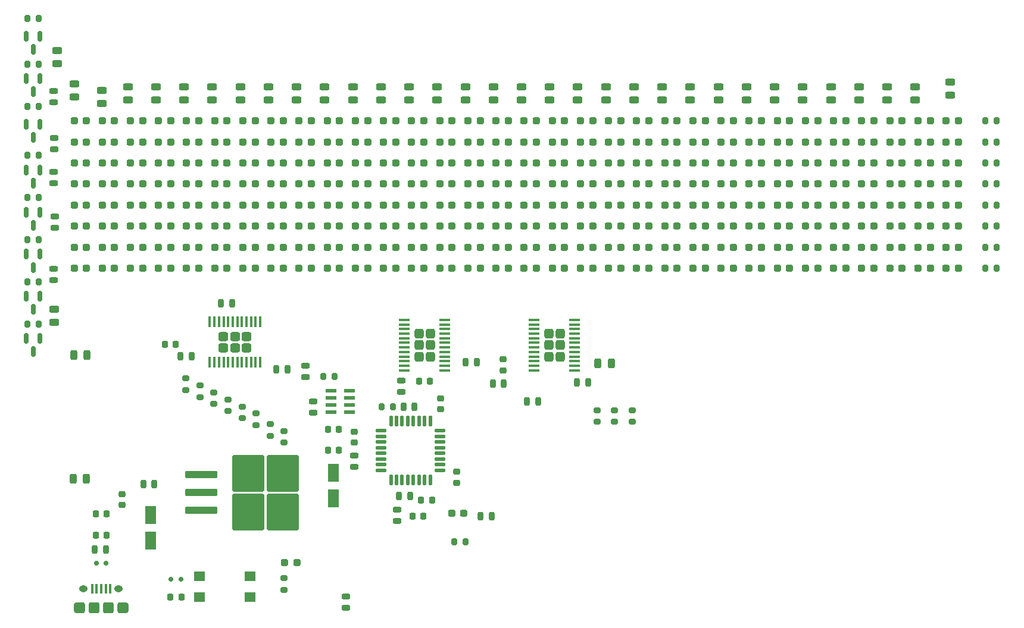
<source format=gtp>
%TF.GenerationSoftware,KiCad,Pcbnew,9.0.6*%
%TF.CreationDate,2026-01-07T08:25:33+00:00*%
%TF.ProjectId,spekky_matrix,7370656b-6b79-45f6-9d61-747269782e6b,v04*%
%TF.SameCoordinates,Original*%
%TF.FileFunction,Paste,Top*%
%TF.FilePolarity,Positive*%
%FSLAX46Y46*%
G04 Gerber Fmt 4.6, Leading zero omitted, Abs format (unit mm)*
G04 Created by KiCad (PCBNEW 9.0.6) date 2026-01-07 08:25:33*
%MOMM*%
%LPD*%
G01*
G04 APERTURE LIST*
G04 Aperture macros list*
%AMRoundRect*
0 Rectangle with rounded corners*
0 $1 Rounding radius*
0 $2 $3 $4 $5 $6 $7 $8 $9 X,Y pos of 4 corners*
0 Add a 4 corners polygon primitive as box body*
4,1,4,$2,$3,$4,$5,$6,$7,$8,$9,$2,$3,0*
0 Add four circle primitives for the rounded corners*
1,1,$1+$1,$2,$3*
1,1,$1+$1,$4,$5*
1,1,$1+$1,$6,$7*
1,1,$1+$1,$8,$9*
0 Add four rect primitives between the rounded corners*
20,1,$1+$1,$2,$3,$4,$5,0*
20,1,$1+$1,$4,$5,$6,$7,0*
20,1,$1+$1,$6,$7,$8,$9,0*
20,1,$1+$1,$8,$9,$2,$3,0*%
G04 Aperture macros list end*
%ADD10RoundRect,0.225000X-0.225000X-0.250000X0.225000X-0.250000X0.225000X0.250000X-0.225000X0.250000X0*%
%ADD11RoundRect,0.150000X-0.150000X0.587500X-0.150000X-0.587500X0.150000X-0.587500X0.150000X0.587500X0*%
%ADD12RoundRect,0.200000X-0.400000X0.200000X-0.400000X-0.200000X0.400000X-0.200000X0.400000X0.200000X0*%
%ADD13RoundRect,0.237500X-0.287500X-0.237500X0.287500X-0.237500X0.287500X0.237500X-0.287500X0.237500X0*%
%ADD14RoundRect,0.200000X0.200000X0.400000X-0.200000X0.400000X-0.200000X-0.400000X0.200000X-0.400000X0*%
%ADD15RoundRect,0.249999X0.420001X-0.395001X0.420001X0.395001X-0.420001X0.395001X-0.420001X-0.395001X0*%
%ADD16RoundRect,0.100000X0.100000X-0.675000X0.100000X0.675000X-0.100000X0.675000X-0.100000X-0.675000X0*%
%ADD17RoundRect,0.200000X-0.275000X0.200000X-0.275000X-0.200000X0.275000X-0.200000X0.275000X0.200000X0*%
%ADD18RoundRect,0.243750X0.456250X-0.243750X0.456250X0.243750X-0.456250X0.243750X-0.456250X-0.243750X0*%
%ADD19RoundRect,0.150000X0.150000X0.200000X-0.150000X0.200000X-0.150000X-0.200000X0.150000X-0.200000X0*%
%ADD20RoundRect,0.200000X0.400000X-0.200000X0.400000X0.200000X-0.400000X0.200000X-0.400000X-0.200000X0*%
%ADD21RoundRect,0.243750X-0.243750X-0.456250X0.243750X-0.456250X0.243750X0.456250X-0.243750X0.456250X0*%
%ADD22RoundRect,0.200000X0.200000X0.275000X-0.200000X0.275000X-0.200000X-0.275000X0.200000X-0.275000X0*%
%ADD23RoundRect,0.200000X0.275000X-0.200000X0.275000X0.200000X-0.275000X0.200000X-0.275000X-0.200000X0*%
%ADD24RoundRect,0.250000X-0.550000X1.050000X-0.550000X-1.050000X0.550000X-1.050000X0.550000X1.050000X0*%
%ADD25RoundRect,0.125000X-0.625000X-0.125000X0.625000X-0.125000X0.625000X0.125000X-0.625000X0.125000X0*%
%ADD26RoundRect,0.125000X-0.125000X-0.625000X0.125000X-0.625000X0.125000X0.625000X-0.125000X0.625000X0*%
%ADD27RoundRect,0.225000X-0.250000X0.225000X-0.250000X-0.225000X0.250000X-0.225000X0.250000X0.225000X0*%
%ADD28RoundRect,0.200000X-0.200000X-0.275000X0.200000X-0.275000X0.200000X0.275000X-0.200000X0.275000X0*%
%ADD29R,1.600000X0.600000*%
%ADD30RoundRect,0.200000X-0.200000X-0.400000X0.200000X-0.400000X0.200000X0.400000X-0.200000X0.400000X0*%
%ADD31RoundRect,0.225000X0.225000X0.250000X-0.225000X0.250000X-0.225000X-0.250000X0.225000X-0.250000X0*%
%ADD32RoundRect,0.249999X0.395001X0.420001X-0.395001X0.420001X-0.395001X-0.420001X0.395001X-0.420001X0*%
%ADD33RoundRect,0.100000X0.675000X0.100000X-0.675000X0.100000X-0.675000X-0.100000X0.675000X-0.100000X0*%
%ADD34RoundRect,0.150000X-0.150000X-0.200000X0.150000X-0.200000X0.150000X0.200000X-0.150000X0.200000X0*%
%ADD35RoundRect,0.225000X0.250000X-0.225000X0.250000X0.225000X-0.250000X0.225000X-0.250000X-0.225000X0*%
%ADD36RoundRect,0.218750X-0.218750X-0.256250X0.218750X-0.256250X0.218750X0.256250X-0.218750X0.256250X0*%
%ADD37R,1.600000X1.400000*%
%ADD38RoundRect,0.250000X-2.025000X-2.375000X2.025000X-2.375000X2.025000X2.375000X-2.025000X2.375000X0*%
%ADD39RoundRect,0.250000X-2.050000X-0.300000X2.050000X-0.300000X2.050000X0.300000X-2.050000X0.300000X0*%
%ADD40RoundRect,0.243750X-0.456250X0.243750X-0.456250X-0.243750X0.456250X-0.243750X0.456250X0.243750X0*%
%ADD41O,0.890000X1.550000*%
%ADD42O,1.250000X0.950000*%
%ADD43RoundRect,0.100000X-0.100000X-0.575000X0.100000X-0.575000X0.100000X0.575000X-0.100000X0.575000X0*%
%ADD44RoundRect,0.250000X-0.475000X-0.525000X0.475000X-0.525000X0.475000X0.525000X-0.475000X0.525000X0*%
%ADD45RoundRect,0.250000X-0.500000X-0.525000X0.500000X-0.525000X0.500000X0.525000X-0.500000X0.525000X0*%
G04 APERTURE END LIST*
D10*
%TO.C,C8*%
X121475000Y-116000000D03*
X123025000Y-116000000D03*
%TD*%
D11*
%TO.C,Q8*%
X67250000Y-49982500D03*
X65350000Y-49982500D03*
X66300000Y-51857500D03*
%TD*%
D12*
%TO.C,TP10*%
X69200000Y-57725001D03*
X69200000Y-59324999D03*
%TD*%
D13*
%TO.C,D531*%
X76125000Y-74000000D03*
X77875000Y-74000000D03*
%TD*%
%TO.C,D205*%
X180125000Y-65000000D03*
X181875000Y-65000000D03*
%TD*%
%TO.C,D630*%
X80125000Y-77000000D03*
X81875000Y-77000000D03*
%TD*%
%TO.C,D729*%
X84125000Y-80000000D03*
X85875000Y-80000000D03*
%TD*%
%TO.C,D831*%
X76125000Y-83000000D03*
X77875000Y-83000000D03*
%TD*%
%TO.C,D606*%
X176125000Y-77000000D03*
X177875000Y-77000000D03*
%TD*%
%TO.C,D722*%
X112125000Y-80000000D03*
X113875000Y-80000000D03*
%TD*%
D14*
%TO.C,TP21*%
X120550000Y-102700000D03*
X118950000Y-102700000D03*
%TD*%
D13*
%TO.C,D108*%
X168125000Y-62000000D03*
X169875000Y-62000000D03*
%TD*%
%TO.C,D530*%
X80125000Y-74000000D03*
X81875000Y-74000000D03*
%TD*%
D15*
%TO.C,U3*%
X93330000Y-94300000D03*
X95000000Y-94300000D03*
X96670000Y-94300000D03*
X93330000Y-92700000D03*
X95000000Y-92700000D03*
X96670000Y-92700000D03*
D16*
X91425000Y-96375000D03*
X92075000Y-96375000D03*
X92725000Y-96375000D03*
X93375000Y-96375000D03*
X94025000Y-96375000D03*
X94675000Y-96375000D03*
X95325000Y-96375000D03*
X95975000Y-96375000D03*
X96625000Y-96375000D03*
X97275000Y-96375000D03*
X97925000Y-96375000D03*
X98575000Y-96375000D03*
X98575000Y-90625000D03*
X97925000Y-90625000D03*
X97275000Y-90625000D03*
X96625000Y-90625000D03*
X95975000Y-90625000D03*
X95325000Y-90625000D03*
X94675000Y-90625000D03*
X94025000Y-90625000D03*
X93375000Y-90625000D03*
X92725000Y-90625000D03*
X92075000Y-90625000D03*
X91425000Y-90625000D03*
%TD*%
D17*
%TO.C,R6*%
X100000000Y-105175000D03*
X100000000Y-106825000D03*
%TD*%
D18*
%TO.C,TP45*%
X111750000Y-59037500D03*
X111750000Y-57162500D03*
%TD*%
D13*
%TO.C,D427*%
X92125000Y-71000000D03*
X93875000Y-71000000D03*
%TD*%
%TO.C,D301*%
X196125000Y-68000000D03*
X197875000Y-68000000D03*
%TD*%
%TO.C,D508*%
X168125000Y-74000000D03*
X169875000Y-74000000D03*
%TD*%
D19*
%TO.C,D1*%
X75270000Y-125000000D03*
X76670000Y-125000000D03*
%TD*%
D10*
%TO.C,C1*%
X75195000Y-121000000D03*
X76745000Y-121000000D03*
%TD*%
D18*
%TO.C,TP29*%
X175750000Y-59037500D03*
X175750000Y-57162500D03*
%TD*%
D13*
%TO.C,D419*%
X124125000Y-71000000D03*
X125875000Y-71000000D03*
%TD*%
%TO.C,D626*%
X96125000Y-77000000D03*
X97875000Y-77000000D03*
%TD*%
%TO.C,D114*%
X144125000Y-62000000D03*
X145875000Y-62000000D03*
%TD*%
%TO.C,D122*%
X112125000Y-62000000D03*
X113875000Y-62000000D03*
%TD*%
%TO.C,D529*%
X84125000Y-74000000D03*
X85875000Y-74000000D03*
%TD*%
%TO.C,D232*%
X72125000Y-65000000D03*
X73875000Y-65000000D03*
%TD*%
D18*
%TO.C,TP35*%
X151750000Y-59037500D03*
X151750000Y-57162500D03*
%TD*%
D13*
%TO.C,D316*%
X136125000Y-68000000D03*
X137875000Y-68000000D03*
%TD*%
%TO.C,D404*%
X184125000Y-71000000D03*
X185875000Y-71000000D03*
%TD*%
D20*
%TO.C,TP3*%
X110750000Y-131332500D03*
X110750000Y-129732500D03*
%TD*%
D13*
%TO.C,D132*%
X72125000Y-62000000D03*
X73875000Y-62000000D03*
%TD*%
%TO.C,D120*%
X120125000Y-62000000D03*
X121875000Y-62000000D03*
%TD*%
%TO.C,D819*%
X124125000Y-83000000D03*
X125875000Y-83000000D03*
%TD*%
D11*
%TO.C,Q5*%
X67250000Y-68982500D03*
X65350000Y-68982500D03*
X66300000Y-70857500D03*
%TD*%
D17*
%TO.C,R8*%
X96000000Y-102675000D03*
X96000000Y-104325000D03*
%TD*%
D14*
%TO.C,TP15*%
X133250000Y-99375000D03*
X131650000Y-99375000D03*
%TD*%
D13*
%TO.C,D106*%
X176125000Y-62000000D03*
X177875000Y-62000000D03*
%TD*%
%TO.C,D203*%
X188125000Y-65000000D03*
X189875000Y-65000000D03*
%TD*%
%TO.C,D412*%
X152125000Y-71000000D03*
X153875000Y-71000000D03*
%TD*%
%TO.C,D224*%
X104125000Y-65000000D03*
X105875000Y-65000000D03*
%TD*%
%TO.C,D121*%
X116125000Y-62000000D03*
X117875000Y-62000000D03*
%TD*%
%TO.C,D818*%
X128125000Y-83000000D03*
X129875000Y-83000000D03*
%TD*%
%TO.C,D825*%
X100125000Y-83000000D03*
X101875000Y-83000000D03*
%TD*%
D21*
%TO.C,TP4*%
X72062500Y-95300000D03*
X73937500Y-95300000D03*
%TD*%
D13*
%TO.C,D513*%
X148125000Y-74000000D03*
X149875000Y-74000000D03*
%TD*%
%TO.C,D817*%
X132125000Y-83000000D03*
X133875000Y-83000000D03*
%TD*%
D22*
%TO.C,R20*%
X67125000Y-47420000D03*
X65475000Y-47420000D03*
%TD*%
D18*
%TO.C,TP49*%
X95750000Y-59037500D03*
X95750000Y-57162500D03*
%TD*%
%TO.C,TP36*%
X147750000Y-59037500D03*
X147750000Y-57162500D03*
%TD*%
D13*
%TO.C,D709*%
X164125000Y-80000000D03*
X165875000Y-80000000D03*
%TD*%
D17*
%TO.C,R11*%
X90000000Y-99675000D03*
X90000000Y-101325000D03*
%TD*%
D13*
%TO.C,D807*%
X172125000Y-83000000D03*
X173875000Y-83000000D03*
%TD*%
%TO.C,D331*%
X76125000Y-68000000D03*
X77875000Y-68000000D03*
%TD*%
D12*
%TO.C,TP59*%
X118050000Y-117375000D03*
X118050000Y-118975000D03*
%TD*%
D13*
%TO.C,D507*%
X172125000Y-74000000D03*
X173875000Y-74000000D03*
%TD*%
%TO.C,D826*%
X96125000Y-83000000D03*
X97875000Y-83000000D03*
%TD*%
%TO.C,D617*%
X132125000Y-77000000D03*
X133875000Y-77000000D03*
%TD*%
D23*
%TO.C,R29*%
X146500000Y-104825000D03*
X146500000Y-103175000D03*
%TD*%
D13*
%TO.C,D727*%
X92125000Y-80000000D03*
X93875000Y-80000000D03*
%TD*%
D10*
%TO.C,C9*%
X120250000Y-118250000D03*
X121800000Y-118250000D03*
%TD*%
D13*
%TO.C,D525*%
X100125000Y-74000000D03*
X101875000Y-74000000D03*
%TD*%
D24*
%TO.C,C3*%
X82970000Y-118130000D03*
X82970000Y-121730000D03*
%TD*%
D13*
%TO.C,D521*%
X116125000Y-74000000D03*
X117875000Y-74000000D03*
%TD*%
%TO.C,D118*%
X128125000Y-62000000D03*
X129875000Y-62000000D03*
%TD*%
D14*
%TO.C,TP56*%
X131550000Y-118275000D03*
X129950000Y-118275000D03*
%TD*%
D25*
%TO.C,U2*%
X115795000Y-106130000D03*
X115795000Y-106930000D03*
X115795000Y-107730000D03*
X115795000Y-108530000D03*
X115795000Y-109330000D03*
X115795000Y-110130000D03*
X115795000Y-110930000D03*
X115795000Y-111730000D03*
D26*
X117170000Y-113105000D03*
X117970000Y-113105000D03*
X118770000Y-113105000D03*
X119570000Y-113105000D03*
X120370000Y-113105000D03*
X121170000Y-113105000D03*
X121970000Y-113105000D03*
X122770000Y-113105000D03*
D25*
X124145000Y-111730000D03*
X124145000Y-110930000D03*
X124145000Y-110130000D03*
X124145000Y-109330000D03*
X124145000Y-108530000D03*
X124145000Y-107730000D03*
X124145000Y-106930000D03*
X124145000Y-106130000D03*
D26*
X122770000Y-104755000D03*
X121970000Y-104755000D03*
X121170000Y-104755000D03*
X120370000Y-104755000D03*
X119570000Y-104755000D03*
X118770000Y-104755000D03*
X117970000Y-104755000D03*
X117170000Y-104755000D03*
%TD*%
D22*
%TO.C,R14*%
X67125000Y-84920000D03*
X65475000Y-84920000D03*
%TD*%
D13*
%TO.C,D105*%
X180125000Y-62000000D03*
X181875000Y-62000000D03*
%TD*%
%TO.C,D208*%
X168125000Y-65000000D03*
X169875000Y-65000000D03*
%TD*%
%TO.C,D806*%
X176125000Y-83000000D03*
X177875000Y-83000000D03*
%TD*%
D27*
%TO.C,C10*%
X124250000Y-101500000D03*
X124250000Y-103050000D03*
%TD*%
D13*
%TO.C,D704*%
X184125000Y-80000000D03*
X185875000Y-80000000D03*
%TD*%
%TO.C,D425*%
X100125000Y-71000000D03*
X101875000Y-71000000D03*
%TD*%
D21*
%TO.C,TP2*%
X71962500Y-112925000D03*
X73837500Y-112925000D03*
%TD*%
D22*
%TO.C,R28*%
X203325000Y-62000000D03*
X201675000Y-62000000D03*
%TD*%
D10*
%TO.C,C13*%
X85025000Y-93825000D03*
X86575000Y-93825000D03*
%TD*%
D13*
%TO.C,D619*%
X124125000Y-77000000D03*
X125875000Y-77000000D03*
%TD*%
%TO.C,D715*%
X140125000Y-80000000D03*
X141875000Y-80000000D03*
%TD*%
%TO.C,D726*%
X96125000Y-80000000D03*
X97875000Y-80000000D03*
%TD*%
%TO.C,D229*%
X84125000Y-65000000D03*
X85875000Y-65000000D03*
%TD*%
%TO.C,D512*%
X152125000Y-74000000D03*
X153875000Y-74000000D03*
%TD*%
D28*
%TO.C,R4*%
X126145000Y-121930000D03*
X127795000Y-121930000D03*
%TD*%
D13*
%TO.C,D407*%
X172125000Y-71000000D03*
X173875000Y-71000000D03*
%TD*%
%TO.C,D813*%
X148125000Y-83000000D03*
X149875000Y-83000000D03*
%TD*%
%TO.C,D119*%
X124125000Y-62000000D03*
X125875000Y-62000000D03*
%TD*%
%TO.C,D322*%
X112125000Y-68000000D03*
X113875000Y-68000000D03*
%TD*%
%TO.C,D428*%
X88125000Y-71000000D03*
X89875000Y-71000000D03*
%TD*%
D17*
%TO.C,R31*%
X151500000Y-103175000D03*
X151500000Y-104825000D03*
%TD*%
D13*
%TO.C,D228*%
X88125000Y-65000000D03*
X89875000Y-65000000D03*
%TD*%
D22*
%TO.C,R25*%
X203325000Y-71000000D03*
X201675000Y-71000000D03*
%TD*%
D12*
%TO.C,TP18*%
X104975000Y-96875000D03*
X104975000Y-98475000D03*
%TD*%
D13*
%TO.C,D113*%
X148125000Y-62000000D03*
X149875000Y-62000000D03*
%TD*%
%TO.C,D328*%
X88125000Y-68000000D03*
X89875000Y-68000000D03*
%TD*%
%TO.C,D519*%
X124125000Y-74000000D03*
X125875000Y-74000000D03*
%TD*%
D18*
%TO.C,TP51*%
X87750000Y-59037500D03*
X87750000Y-57162500D03*
%TD*%
D13*
%TO.C,D416*%
X136125000Y-71000000D03*
X137875000Y-71000000D03*
%TD*%
%TO.C,D625*%
X100125000Y-77000000D03*
X101875000Y-77000000D03*
%TD*%
%TO.C,D710*%
X160125000Y-80000000D03*
X161875000Y-80000000D03*
%TD*%
%TO.C,D812*%
X152125000Y-83000000D03*
X153875000Y-83000000D03*
%TD*%
%TO.C,D510*%
X160125000Y-74000000D03*
X161875000Y-74000000D03*
%TD*%
%TO.C,D429*%
X84125000Y-71000000D03*
X85875000Y-71000000D03*
%TD*%
%TO.C,D627*%
X92125000Y-77000000D03*
X93875000Y-77000000D03*
%TD*%
%TO.C,D805*%
X180125000Y-83000000D03*
X181875000Y-83000000D03*
%TD*%
D11*
%TO.C,Q3*%
X67250000Y-80982500D03*
X65350000Y-80982500D03*
X66300000Y-82857500D03*
%TD*%
D22*
%TO.C,R19*%
X67125000Y-53920000D03*
X65475000Y-53920000D03*
%TD*%
D13*
%TO.C,D620*%
X120125000Y-77000000D03*
X121875000Y-77000000D03*
%TD*%
D18*
%TO.C,TP34*%
X155750000Y-59037500D03*
X155750000Y-57162500D03*
%TD*%
D13*
%TO.C,D732*%
X72125000Y-80000000D03*
X73875000Y-80000000D03*
%TD*%
D22*
%TO.C,R15*%
X67125000Y-78920000D03*
X65475000Y-78920000D03*
%TD*%
D13*
%TO.C,D420*%
X120125000Y-71000000D03*
X121875000Y-71000000D03*
%TD*%
D18*
%TO.C,TP50*%
X91750000Y-59037500D03*
X91750000Y-57162500D03*
%TD*%
%TO.C,TP52*%
X83750000Y-59037500D03*
X83750000Y-57162500D03*
%TD*%
%TO.C,TP55*%
X72150000Y-58600000D03*
X72150000Y-56725000D03*
%TD*%
D13*
%TO.C,D602*%
X192125000Y-77000000D03*
X193875000Y-77000000D03*
%TD*%
%TO.C,D303*%
X188125000Y-68000000D03*
X189875000Y-68000000D03*
%TD*%
%TO.C,D430*%
X80125000Y-71000000D03*
X81875000Y-71000000D03*
%TD*%
%TO.C,D604*%
X184125000Y-77000000D03*
X185875000Y-77000000D03*
%TD*%
%TO.C,D327*%
X92125000Y-68000000D03*
X93875000Y-68000000D03*
%TD*%
%TO.C,D716*%
X136125000Y-80000000D03*
X137875000Y-80000000D03*
%TD*%
D17*
%TO.C,R1*%
X101970000Y-127105000D03*
X101970000Y-128755000D03*
%TD*%
D13*
%TO.C,D220*%
X120125000Y-65000000D03*
X121875000Y-65000000D03*
%TD*%
D22*
%TO.C,R13*%
X67125000Y-90920000D03*
X65475000Y-90920000D03*
%TD*%
D13*
%TO.C,D126*%
X96125000Y-62000000D03*
X97875000Y-62000000D03*
%TD*%
D18*
%TO.C,TP53*%
X79750000Y-59037500D03*
X79750000Y-57162500D03*
%TD*%
D13*
%TO.C,D315*%
X140125000Y-68000000D03*
X141875000Y-68000000D03*
%TD*%
%TO.C,D215*%
X140125000Y-65000000D03*
X141875000Y-65000000D03*
%TD*%
D14*
%TO.C,TP12*%
X94625000Y-87975000D03*
X93025000Y-87975000D03*
%TD*%
D18*
%TO.C,TP24*%
X196750000Y-58325000D03*
X196750000Y-56450000D03*
%TD*%
D13*
%TO.C,D306*%
X176125000Y-68000000D03*
X177875000Y-68000000D03*
%TD*%
%TO.C,D509*%
X164125000Y-74000000D03*
X165875000Y-74000000D03*
%TD*%
%TO.C,D426*%
X96125000Y-71000000D03*
X97875000Y-71000000D03*
%TD*%
%TO.C,D110*%
X160125000Y-62000000D03*
X161875000Y-62000000D03*
%TD*%
%TO.C,D214*%
X144125000Y-65000000D03*
X145875000Y-65000000D03*
%TD*%
D17*
%TO.C,R7*%
X98000000Y-103675000D03*
X98000000Y-105325000D03*
%TD*%
D18*
%TO.C,TP27*%
X183750000Y-59037500D03*
X183750000Y-57162500D03*
%TD*%
D29*
%TO.C,MK1*%
X111270000Y-103430000D03*
X111270000Y-102430000D03*
X111270000Y-101430000D03*
X111270000Y-100430000D03*
X108670000Y-100430000D03*
X108670000Y-101430000D03*
X108670000Y-102430000D03*
X108670000Y-103430000D03*
%TD*%
D30*
%TO.C,TP19*%
X127775000Y-96350000D03*
X129375000Y-96350000D03*
%TD*%
D13*
%TO.C,D622*%
X112125000Y-77000000D03*
X113875000Y-77000000D03*
%TD*%
D18*
%TO.C,TP41*%
X127750000Y-59037500D03*
X127750000Y-57162500D03*
%TD*%
D17*
%TO.C,R5*%
X102000000Y-106175000D03*
X102000000Y-107825000D03*
%TD*%
D13*
%TO.C,D423*%
X108125000Y-71000000D03*
X109875000Y-71000000D03*
%TD*%
%TO.C,D824*%
X104125000Y-83000000D03*
X105875000Y-83000000D03*
%TD*%
%TO.C,D320*%
X120125000Y-68000000D03*
X121875000Y-68000000D03*
%TD*%
%TO.C,D2*%
X102095000Y-124930000D03*
X103845000Y-124930000D03*
%TD*%
D31*
%TO.C,C5*%
X109745000Y-108930000D03*
X108195000Y-108930000D03*
%TD*%
D13*
%TO.C,D827*%
X92125000Y-83000000D03*
X93875000Y-83000000D03*
%TD*%
%TO.C,D123*%
X108125000Y-62000000D03*
X109875000Y-62000000D03*
%TD*%
%TO.C,D305*%
X180125000Y-68000000D03*
X181875000Y-68000000D03*
%TD*%
D22*
%TO.C,R21*%
X203325000Y-83000000D03*
X201675000Y-83000000D03*
%TD*%
D17*
%TO.C,R10*%
X92000000Y-100675000D03*
X92000000Y-102325000D03*
%TD*%
D13*
%TO.C,D717*%
X132125000Y-80000000D03*
X133875000Y-80000000D03*
%TD*%
%TO.C,D402*%
X192125000Y-71000000D03*
X193875000Y-71000000D03*
%TD*%
%TO.C,D418*%
X128125000Y-71000000D03*
X129875000Y-71000000D03*
%TD*%
%TO.C,D631*%
X76125000Y-77000000D03*
X77875000Y-77000000D03*
%TD*%
%TO.C,D532*%
X72125000Y-74000000D03*
X73875000Y-74000000D03*
%TD*%
%TO.C,D421*%
X116125000Y-71000000D03*
X117875000Y-71000000D03*
%TD*%
%TO.C,D411*%
X156125000Y-71000000D03*
X157875000Y-71000000D03*
%TD*%
%TO.C,D230*%
X80125000Y-65000000D03*
X81875000Y-65000000D03*
%TD*%
%TO.C,D401*%
X196125000Y-71000000D03*
X197875000Y-71000000D03*
%TD*%
%TO.C,D814*%
X144125000Y-83000000D03*
X145875000Y-83000000D03*
%TD*%
%TO.C,D116*%
X136125000Y-62000000D03*
X137875000Y-62000000D03*
%TD*%
%TO.C,D725*%
X100125000Y-80000000D03*
X101875000Y-80000000D03*
%TD*%
D18*
%TO.C,TP44*%
X115750000Y-59037500D03*
X115750000Y-57162500D03*
%TD*%
D22*
%TO.C,R27*%
X203325000Y-65000000D03*
X201675000Y-65000000D03*
%TD*%
D30*
%TO.C,TP58*%
X118300000Y-115425000D03*
X119900000Y-115425000D03*
%TD*%
D13*
%TO.C,D802*%
X192125000Y-83000000D03*
X193875000Y-83000000D03*
%TD*%
%TO.C,D811*%
X156125000Y-83000000D03*
X157875000Y-83000000D03*
%TD*%
%TO.C,D125*%
X100125000Y-62000000D03*
X101875000Y-62000000D03*
%TD*%
D18*
%TO.C,TP33*%
X159750000Y-59037500D03*
X159750000Y-57162500D03*
%TD*%
D11*
%TO.C,Q1*%
X67250000Y-92982500D03*
X65350000Y-92982500D03*
X66300000Y-94857500D03*
%TD*%
D30*
%TO.C,TP17*%
X143600000Y-99200000D03*
X145200000Y-99200000D03*
%TD*%
D13*
%TO.C,D609*%
X164125000Y-77000000D03*
X165875000Y-77000000D03*
%TD*%
D18*
%TO.C,TP47*%
X103750000Y-59037500D03*
X103750000Y-57162500D03*
%TD*%
D32*
%TO.C,U5*%
X122770000Y-95600000D03*
X122770000Y-93930000D03*
X122770000Y-92260000D03*
X121170000Y-95600000D03*
X121170000Y-93930000D03*
X121170000Y-92260000D03*
D33*
X124845000Y-97505000D03*
X124845000Y-96855000D03*
X124845000Y-96205000D03*
X124845000Y-95555000D03*
X124845000Y-94905000D03*
X124845000Y-94255000D03*
X124845000Y-93605000D03*
X124845000Y-92955000D03*
X124845000Y-92305000D03*
X124845000Y-91655000D03*
X124845000Y-91005000D03*
X124845000Y-90355000D03*
X119095000Y-90355000D03*
X119095000Y-91005000D03*
X119095000Y-91655000D03*
X119095000Y-92305000D03*
X119095000Y-92955000D03*
X119095000Y-93605000D03*
X119095000Y-94255000D03*
X119095000Y-94905000D03*
X119095000Y-95555000D03*
X119095000Y-96205000D03*
X119095000Y-96855000D03*
X119095000Y-97505000D03*
%TD*%
D14*
%TO.C,TP23*%
X102450000Y-97400000D03*
X100850000Y-97400000D03*
%TD*%
D13*
%TO.C,D707*%
X172125000Y-80000000D03*
X173875000Y-80000000D03*
%TD*%
%TO.C,D527*%
X92125000Y-74000000D03*
X93875000Y-74000000D03*
%TD*%
D18*
%TO.C,TP42*%
X123750000Y-59037500D03*
X123750000Y-57162500D03*
%TD*%
D13*
%TO.C,D616*%
X136125000Y-77000000D03*
X137875000Y-77000000D03*
%TD*%
D22*
%TO.C,R22*%
X203325000Y-80000000D03*
X201675000Y-80000000D03*
%TD*%
D14*
%TO.C,TP13*%
X83550000Y-113725000D03*
X81950000Y-113725000D03*
%TD*%
D13*
%TO.C,D112*%
X152125000Y-62000000D03*
X153875000Y-62000000D03*
%TD*%
%TO.C,D603*%
X188125000Y-77000000D03*
X189875000Y-77000000D03*
%TD*%
D34*
%TO.C,D3*%
X87300000Y-127250000D03*
X85900000Y-127250000D03*
%TD*%
D13*
%TO.C,D832*%
X72125000Y-83000000D03*
X73875000Y-83000000D03*
%TD*%
%TO.C,D828*%
X88125000Y-83000000D03*
X89875000Y-83000000D03*
%TD*%
D22*
%TO.C,R24*%
X203325000Y-74000000D03*
X201675000Y-74000000D03*
%TD*%
D13*
%TO.C,D523*%
X108125000Y-74000000D03*
X109875000Y-74000000D03*
%TD*%
%TO.C,D708*%
X168125000Y-80000000D03*
X169875000Y-80000000D03*
%TD*%
%TO.C,D821*%
X116125000Y-83000000D03*
X117875000Y-83000000D03*
%TD*%
%TO.C,D131*%
X76125000Y-62000000D03*
X77875000Y-62000000D03*
%TD*%
%TO.C,D422*%
X112125000Y-71000000D03*
X113875000Y-71000000D03*
%TD*%
%TO.C,D731*%
X76125000Y-80000000D03*
X77875000Y-80000000D03*
%TD*%
%TO.C,D613*%
X148125000Y-77000000D03*
X149875000Y-77000000D03*
%TD*%
%TO.C,D219*%
X124125000Y-65000000D03*
X125875000Y-65000000D03*
%TD*%
D18*
%TO.C,TP28*%
X179750000Y-59037500D03*
X179750000Y-57162500D03*
%TD*%
D13*
%TO.C,D330*%
X80125000Y-68000000D03*
X81875000Y-68000000D03*
%TD*%
%TO.C,D130*%
X80125000Y-62000000D03*
X81875000Y-62000000D03*
%TD*%
D18*
%TO.C,TP38*%
X139750000Y-59037500D03*
X139750000Y-57162500D03*
%TD*%
D13*
%TO.C,D417*%
X132125000Y-71000000D03*
X133875000Y-71000000D03*
%TD*%
%TO.C,D223*%
X108125000Y-65000000D03*
X109875000Y-65000000D03*
%TD*%
%TO.C,D415*%
X140125000Y-71000000D03*
X141875000Y-71000000D03*
%TD*%
%TO.C,D329*%
X84125000Y-68000000D03*
X85875000Y-68000000D03*
%TD*%
%TO.C,D607*%
X172125000Y-77000000D03*
X173875000Y-77000000D03*
%TD*%
%TO.C,D431*%
X76125000Y-71000000D03*
X77875000Y-71000000D03*
%TD*%
D20*
%TO.C,TP22*%
X118650000Y-100600000D03*
X118650000Y-99000000D03*
%TD*%
D18*
%TO.C,TP26*%
X187750000Y-59037500D03*
X187750000Y-57162500D03*
%TD*%
D35*
%TO.C,C2*%
X78970000Y-116705000D03*
X78970000Y-115155000D03*
%TD*%
D13*
%TO.C,D128*%
X88125000Y-62000000D03*
X89875000Y-62000000D03*
%TD*%
%TO.C,D204*%
X184125000Y-65000000D03*
X185875000Y-65000000D03*
%TD*%
%TO.C,D209*%
X164125000Y-65000000D03*
X165875000Y-65000000D03*
%TD*%
%TO.C,D210*%
X160125000Y-65000000D03*
X161875000Y-65000000D03*
%TD*%
%TO.C,D501*%
X196125000Y-74000000D03*
X197875000Y-74000000D03*
%TD*%
%TO.C,D804*%
X184125000Y-83000000D03*
X185875000Y-83000000D03*
%TD*%
%TO.C,D323*%
X108125000Y-68000000D03*
X109875000Y-68000000D03*
%TD*%
D12*
%TO.C,TP57*%
X111975000Y-109675000D03*
X111975000Y-111275000D03*
%TD*%
D13*
%TO.C,D624*%
X104125000Y-77000000D03*
X105875000Y-77000000D03*
%TD*%
D28*
%TO.C,R2*%
X107550000Y-98425000D03*
X109200000Y-98425000D03*
%TD*%
D36*
%TO.C,FB1*%
X75182500Y-117930000D03*
X76757500Y-117930000D03*
%TD*%
D13*
%TO.C,D326*%
X96125000Y-68000000D03*
X97875000Y-68000000D03*
%TD*%
%TO.C,D410*%
X160125000Y-71000000D03*
X161875000Y-71000000D03*
%TD*%
%TO.C,D718*%
X128125000Y-80000000D03*
X129875000Y-80000000D03*
%TD*%
%TO.C,D218*%
X128125000Y-65000000D03*
X129875000Y-65000000D03*
%TD*%
D11*
%TO.C,Q4*%
X67250000Y-74982500D03*
X65350000Y-74982500D03*
X66300000Y-76857500D03*
%TD*%
D18*
%TO.C,TP11*%
X69750000Y-53850000D03*
X69750000Y-51975000D03*
%TD*%
D13*
%TO.C,D414*%
X144125000Y-71000000D03*
X145875000Y-71000000D03*
%TD*%
%TO.C,D207*%
X172125000Y-65000000D03*
X173875000Y-65000000D03*
%TD*%
%TO.C,D705*%
X180125000Y-80000000D03*
X181875000Y-80000000D03*
%TD*%
D12*
%TO.C,TP6*%
X69225000Y-83075000D03*
X69225000Y-84675000D03*
%TD*%
D13*
%TO.C,D104*%
X184125000Y-62000000D03*
X185875000Y-62000000D03*
%TD*%
%TO.C,D432*%
X72125000Y-71000000D03*
X73875000Y-71000000D03*
%TD*%
%TO.C,D227*%
X92125000Y-65000000D03*
X93875000Y-65000000D03*
%TD*%
%TO.C,D601*%
X196125000Y-77000000D03*
X197875000Y-77000000D03*
%TD*%
%TO.C,D803*%
X188125000Y-83000000D03*
X189875000Y-83000000D03*
%TD*%
D35*
%TO.C,C14*%
X133150000Y-97525000D03*
X133150000Y-95975000D03*
%TD*%
D10*
%TO.C,C15*%
X121195000Y-99100000D03*
X122745000Y-99100000D03*
%TD*%
D13*
%TO.C,D405*%
X180125000Y-71000000D03*
X181875000Y-71000000D03*
%TD*%
%TO.C,D502*%
X192125000Y-74000000D03*
X193875000Y-74000000D03*
%TD*%
%TO.C,D605*%
X180125000Y-77000000D03*
X181875000Y-77000000D03*
%TD*%
%TO.C,D109*%
X164125000Y-62000000D03*
X165875000Y-62000000D03*
%TD*%
D17*
%TO.C,R9*%
X94000000Y-101675000D03*
X94000000Y-103325000D03*
%TD*%
D13*
%TO.C,D608*%
X168125000Y-77000000D03*
X169875000Y-77000000D03*
%TD*%
D30*
%TO.C,TP1*%
X75050000Y-123000000D03*
X76650000Y-123000000D03*
%TD*%
D20*
%TO.C,TP60*%
X106075000Y-103550000D03*
X106075000Y-101950000D03*
%TD*%
%TO.C,TP8*%
X69200000Y-70850000D03*
X69200000Y-69250000D03*
%TD*%
D13*
%TO.C,D801*%
X196125000Y-83000000D03*
X197875000Y-83000000D03*
%TD*%
D18*
%TO.C,TP31*%
X167750000Y-59037500D03*
X167750000Y-57162500D03*
%TD*%
D13*
%TO.C,D829*%
X84125000Y-83000000D03*
X85875000Y-83000000D03*
%TD*%
%TO.C,D4*%
X125820000Y-117905000D03*
X127570000Y-117905000D03*
%TD*%
%TO.C,D231*%
X76125000Y-65000000D03*
X77875000Y-65000000D03*
%TD*%
%TO.C,D628*%
X88125000Y-77000000D03*
X89875000Y-77000000D03*
%TD*%
%TO.C,D212*%
X152125000Y-65000000D03*
X153875000Y-65000000D03*
%TD*%
D37*
%TO.C,SW1*%
X89970000Y-126830000D03*
X97170000Y-126830000D03*
X89970000Y-129830000D03*
X97170000Y-129830000D03*
%TD*%
D11*
%TO.C,Q2*%
X67250000Y-86982500D03*
X65350000Y-86982500D03*
X66300000Y-88857500D03*
%TD*%
D13*
%TO.C,D611*%
X156125000Y-77000000D03*
X157875000Y-77000000D03*
%TD*%
%TO.C,D424*%
X104125000Y-71000000D03*
X105875000Y-71000000D03*
%TD*%
%TO.C,D312*%
X152125000Y-68000000D03*
X153875000Y-68000000D03*
%TD*%
D21*
%TO.C,TP16*%
X146625000Y-96500000D03*
X148500000Y-96500000D03*
%TD*%
D13*
%TO.C,D314*%
X144125000Y-68000000D03*
X145875000Y-68000000D03*
%TD*%
D18*
%TO.C,TP43*%
X119750000Y-59037500D03*
X119750000Y-57162500D03*
%TD*%
D13*
%TO.C,D610*%
X160125000Y-77000000D03*
X161875000Y-77000000D03*
%TD*%
D38*
%TO.C,U1*%
X96920000Y-112155000D03*
X96920000Y-117705000D03*
X101770000Y-112155000D03*
X101770000Y-117705000D03*
D39*
X90195000Y-112390000D03*
X90195000Y-114930000D03*
X90195000Y-117470000D03*
%TD*%
D30*
%TO.C,TP20*%
X136550000Y-101975000D03*
X138150000Y-101975000D03*
%TD*%
D13*
%TO.C,D528*%
X88125000Y-74000000D03*
X89875000Y-74000000D03*
%TD*%
D18*
%TO.C,TP32*%
X163750000Y-59037500D03*
X163750000Y-57162500D03*
%TD*%
D13*
%TO.C,D723*%
X108125000Y-80000000D03*
X109875000Y-80000000D03*
%TD*%
%TO.C,D511*%
X156125000Y-74000000D03*
X157875000Y-74000000D03*
%TD*%
%TO.C,D612*%
X152125000Y-77000000D03*
X153875000Y-77000000D03*
%TD*%
%TO.C,D216*%
X136125000Y-65000000D03*
X137875000Y-65000000D03*
%TD*%
%TO.C,D206*%
X176125000Y-65000000D03*
X177875000Y-65000000D03*
%TD*%
%TO.C,D524*%
X104125000Y-74000000D03*
X105875000Y-74000000D03*
%TD*%
%TO.C,D815*%
X140125000Y-83000000D03*
X141875000Y-83000000D03*
%TD*%
%TO.C,D201*%
X196125000Y-65000000D03*
X197875000Y-65000000D03*
%TD*%
%TO.C,D318*%
X128125000Y-68000000D03*
X129875000Y-68000000D03*
%TD*%
D27*
%TO.C,C12*%
X112000000Y-106225000D03*
X112000000Y-107775000D03*
%TD*%
D13*
%TO.C,D505*%
X180125000Y-74000000D03*
X181875000Y-74000000D03*
%TD*%
%TO.C,D714*%
X144125000Y-80000000D03*
X145875000Y-80000000D03*
%TD*%
%TO.C,D830*%
X80125000Y-83000000D03*
X81875000Y-83000000D03*
%TD*%
D27*
%TO.C,C11*%
X126500000Y-111975000D03*
X126500000Y-113525000D03*
%TD*%
D13*
%TO.C,D107*%
X172125000Y-62000000D03*
X173875000Y-62000000D03*
%TD*%
%TO.C,D310*%
X160125000Y-68000000D03*
X161875000Y-68000000D03*
%TD*%
%TO.C,D730*%
X80125000Y-80000000D03*
X81875000Y-80000000D03*
%TD*%
%TO.C,D623*%
X108125000Y-77000000D03*
X109875000Y-77000000D03*
%TD*%
D22*
%TO.C,R16*%
X67125000Y-72920000D03*
X65475000Y-72920000D03*
%TD*%
D13*
%TO.C,D319*%
X124125000Y-68000000D03*
X125875000Y-68000000D03*
%TD*%
%TO.C,D102*%
X192125000Y-62000000D03*
X193875000Y-62000000D03*
%TD*%
%TO.C,D409*%
X164125000Y-71000000D03*
X165875000Y-71000000D03*
%TD*%
%TO.C,D211*%
X156125000Y-65000000D03*
X157875000Y-65000000D03*
%TD*%
%TO.C,D522*%
X112125000Y-74000000D03*
X113875000Y-74000000D03*
%TD*%
%TO.C,D712*%
X152125000Y-80000000D03*
X153875000Y-80000000D03*
%TD*%
%TO.C,D117*%
X132125000Y-62000000D03*
X133875000Y-62000000D03*
%TD*%
D20*
%TO.C,TP7*%
X69350000Y-77225000D03*
X69350000Y-75625000D03*
%TD*%
D13*
%TO.C,D516*%
X136125000Y-74000000D03*
X137875000Y-74000000D03*
%TD*%
%TO.C,D518*%
X128125000Y-74000000D03*
X129875000Y-74000000D03*
%TD*%
D18*
%TO.C,TP40*%
X131750000Y-59037500D03*
X131750000Y-57162500D03*
%TD*%
D32*
%TO.C,U4*%
X141212500Y-95600000D03*
X141212500Y-93930000D03*
X141212500Y-92260000D03*
X139612500Y-95600000D03*
X139612500Y-93930000D03*
X139612500Y-92260000D03*
D33*
X143287500Y-97505000D03*
X143287500Y-96855000D03*
X143287500Y-96205000D03*
X143287500Y-95555000D03*
X143287500Y-94905000D03*
X143287500Y-94255000D03*
X143287500Y-93605000D03*
X143287500Y-92955000D03*
X143287500Y-92305000D03*
X143287500Y-91655000D03*
X143287500Y-91005000D03*
X143287500Y-90355000D03*
X137537500Y-90355000D03*
X137537500Y-91005000D03*
X137537500Y-91655000D03*
X137537500Y-92305000D03*
X137537500Y-92955000D03*
X137537500Y-93605000D03*
X137537500Y-94255000D03*
X137537500Y-94905000D03*
X137537500Y-95555000D03*
X137537500Y-96205000D03*
X137537500Y-96855000D03*
X137537500Y-97505000D03*
%TD*%
D13*
%TO.C,D816*%
X136125000Y-83000000D03*
X137875000Y-83000000D03*
%TD*%
%TO.C,D809*%
X164125000Y-83000000D03*
X165875000Y-83000000D03*
%TD*%
%TO.C,D514*%
X144125000Y-74000000D03*
X145875000Y-74000000D03*
%TD*%
D14*
%TO.C,TP14*%
X88850000Y-95550000D03*
X87250000Y-95550000D03*
%TD*%
D13*
%TO.C,D408*%
X168125000Y-71000000D03*
X169875000Y-71000000D03*
%TD*%
%TO.C,D304*%
X184125000Y-68000000D03*
X185875000Y-68000000D03*
%TD*%
%TO.C,D515*%
X140125000Y-74000000D03*
X141875000Y-74000000D03*
%TD*%
%TO.C,D810*%
X160125000Y-83000000D03*
X161875000Y-83000000D03*
%TD*%
%TO.C,D213*%
X148125000Y-65000000D03*
X149875000Y-65000000D03*
%TD*%
%TO.C,D317*%
X132125000Y-68000000D03*
X133875000Y-68000000D03*
%TD*%
%TO.C,D506*%
X176125000Y-74000000D03*
X177875000Y-74000000D03*
%TD*%
%TO.C,D127*%
X92125000Y-62000000D03*
X93875000Y-62000000D03*
%TD*%
D11*
%TO.C,Q7*%
X67250000Y-55982500D03*
X65350000Y-55982500D03*
X66300000Y-57857500D03*
%TD*%
D13*
%TO.C,D321*%
X116125000Y-68000000D03*
X117875000Y-68000000D03*
%TD*%
%TO.C,D103*%
X188125000Y-62000000D03*
X189875000Y-62000000D03*
%TD*%
%TO.C,D222*%
X112125000Y-65000000D03*
X113875000Y-65000000D03*
%TD*%
%TO.C,D618*%
X128125000Y-77000000D03*
X129875000Y-77000000D03*
%TD*%
D22*
%TO.C,R3*%
X117475000Y-102700000D03*
X115825000Y-102700000D03*
%TD*%
D13*
%TO.C,D629*%
X84125000Y-77000000D03*
X85875000Y-77000000D03*
%TD*%
D23*
%TO.C,R30*%
X149000000Y-104825000D03*
X149000000Y-103175000D03*
%TD*%
D13*
%TO.C,D217*%
X132125000Y-65000000D03*
X133875000Y-65000000D03*
%TD*%
%TO.C,D823*%
X108125000Y-83000000D03*
X109875000Y-83000000D03*
%TD*%
%TO.C,D701*%
X196125000Y-80000000D03*
X197875000Y-80000000D03*
%TD*%
D18*
%TO.C,TP46*%
X107750000Y-59037500D03*
X107750000Y-57162500D03*
%TD*%
%TO.C,TP48*%
X99750000Y-59037500D03*
X99750000Y-57162500D03*
%TD*%
%TO.C,TP25*%
X191750000Y-59037500D03*
X191750000Y-57162500D03*
%TD*%
D13*
%TO.C,D615*%
X140125000Y-77000000D03*
X141875000Y-77000000D03*
%TD*%
%TO.C,D115*%
X140125000Y-62000000D03*
X141875000Y-62000000D03*
%TD*%
%TO.C,D129*%
X84125000Y-62000000D03*
X85875000Y-62000000D03*
%TD*%
D40*
%TO.C,TP5*%
X69275000Y-88812500D03*
X69275000Y-90687500D03*
%TD*%
D13*
%TO.C,D413*%
X148125000Y-71000000D03*
X149875000Y-71000000D03*
%TD*%
%TO.C,D702*%
X192125000Y-80000000D03*
X193875000Y-80000000D03*
%TD*%
%TO.C,D719*%
X124125000Y-80000000D03*
X125875000Y-80000000D03*
%TD*%
%TO.C,D703*%
X188125000Y-80000000D03*
X189875000Y-80000000D03*
%TD*%
%TO.C,D324*%
X104125000Y-68000000D03*
X105875000Y-68000000D03*
%TD*%
%TO.C,D307*%
X172125000Y-68000000D03*
X173875000Y-68000000D03*
%TD*%
%TO.C,D721*%
X116125000Y-80000000D03*
X117875000Y-80000000D03*
%TD*%
D18*
%TO.C,TP39*%
X135750000Y-59037500D03*
X135750000Y-57162500D03*
%TD*%
D13*
%TO.C,D526*%
X96125000Y-74000000D03*
X97875000Y-74000000D03*
%TD*%
%TO.C,D614*%
X144125000Y-77000000D03*
X145875000Y-77000000D03*
%TD*%
%TO.C,D313*%
X148125000Y-68000000D03*
X149875000Y-68000000D03*
%TD*%
%TO.C,D504*%
X184125000Y-74000000D03*
X185875000Y-74000000D03*
%TD*%
%TO.C,D225*%
X100125000Y-65000000D03*
X101875000Y-65000000D03*
%TD*%
D20*
%TO.C,TP9*%
X69300000Y-66075000D03*
X69300000Y-64475000D03*
%TD*%
D22*
%TO.C,R17*%
X67125000Y-66920000D03*
X65475000Y-66920000D03*
%TD*%
D13*
%TO.C,D706*%
X176125000Y-80000000D03*
X177875000Y-80000000D03*
%TD*%
%TO.C,D503*%
X188125000Y-74000000D03*
X189875000Y-74000000D03*
%TD*%
%TO.C,D111*%
X156125000Y-62000000D03*
X157875000Y-62000000D03*
%TD*%
D31*
%TO.C,C6*%
X109745000Y-105930000D03*
X108195000Y-105930000D03*
%TD*%
D24*
%TO.C,C4*%
X108970000Y-112130000D03*
X108970000Y-115730000D03*
%TD*%
D22*
%TO.C,R23*%
X203325000Y-77000000D03*
X201675000Y-77000000D03*
%TD*%
D13*
%TO.C,D728*%
X88125000Y-80000000D03*
X89875000Y-80000000D03*
%TD*%
D18*
%TO.C,TP37*%
X143750000Y-59037500D03*
X143750000Y-57162500D03*
%TD*%
D41*
%TO.C,J1*%
X72470000Y-131300000D03*
D42*
X73470000Y-128600000D03*
X78470000Y-128600000D03*
D41*
X79470000Y-131300000D03*
D43*
X74670000Y-128600000D03*
X75320000Y-128600000D03*
X75970000Y-128600000D03*
X76620000Y-128600000D03*
X77270000Y-128600000D03*
D44*
X72945000Y-131300000D03*
D45*
X74970000Y-131300000D03*
X76970000Y-131300000D03*
D44*
X78995000Y-131300000D03*
%TD*%
D18*
%TO.C,TP54*%
X76050000Y-59500000D03*
X76050000Y-57625000D03*
%TD*%
D13*
%TO.C,D221*%
X116125000Y-65000000D03*
X117875000Y-65000000D03*
%TD*%
%TO.C,D403*%
X188125000Y-71000000D03*
X189875000Y-71000000D03*
%TD*%
%TO.C,D632*%
X72125000Y-77000000D03*
X73875000Y-77000000D03*
%TD*%
%TO.C,D124*%
X104125000Y-62000000D03*
X105875000Y-62000000D03*
%TD*%
%TO.C,D311*%
X156125000Y-68000000D03*
X157875000Y-68000000D03*
%TD*%
%TO.C,D808*%
X168125000Y-83000000D03*
X169875000Y-83000000D03*
%TD*%
%TO.C,D720*%
X120125000Y-80000000D03*
X121875000Y-80000000D03*
%TD*%
D10*
%TO.C,C7*%
X85825000Y-129800000D03*
X87375000Y-129800000D03*
%TD*%
D13*
%TO.C,D713*%
X148125000Y-80000000D03*
X149875000Y-80000000D03*
%TD*%
D22*
%TO.C,R26*%
X203325000Y-68000000D03*
X201675000Y-68000000D03*
%TD*%
D13*
%TO.C,D621*%
X116125000Y-77000000D03*
X117875000Y-77000000D03*
%TD*%
%TO.C,D517*%
X132125000Y-74000000D03*
X133875000Y-74000000D03*
%TD*%
%TO.C,D724*%
X104125000Y-80000000D03*
X105875000Y-80000000D03*
%TD*%
%TO.C,D226*%
X96125000Y-65000000D03*
X97875000Y-65000000D03*
%TD*%
%TO.C,D822*%
X112125000Y-83000000D03*
X113875000Y-83000000D03*
%TD*%
%TO.C,D332*%
X72125000Y-68000000D03*
X73875000Y-68000000D03*
%TD*%
%TO.C,D325*%
X100125000Y-68000000D03*
X101875000Y-68000000D03*
%TD*%
D17*
%TO.C,R12*%
X88000000Y-98675000D03*
X88000000Y-100325000D03*
%TD*%
D13*
%TO.C,D820*%
X120125000Y-83000000D03*
X121875000Y-83000000D03*
%TD*%
%TO.C,D520*%
X120125000Y-74000000D03*
X121875000Y-74000000D03*
%TD*%
D18*
%TO.C,TP30*%
X171750000Y-59037500D03*
X171750000Y-57162500D03*
%TD*%
D11*
%TO.C,Q6*%
X67250000Y-62482500D03*
X65350000Y-62482500D03*
X66300000Y-64357500D03*
%TD*%
D22*
%TO.C,R18*%
X67125000Y-59920000D03*
X65475000Y-59920000D03*
%TD*%
D13*
%TO.C,D101*%
X196125000Y-62000000D03*
X197875000Y-62000000D03*
%TD*%
%TO.C,D406*%
X176125000Y-71000000D03*
X177875000Y-71000000D03*
%TD*%
%TO.C,D711*%
X156125000Y-80000000D03*
X157875000Y-80000000D03*
%TD*%
%TO.C,D202*%
X192125000Y-65000000D03*
X193875000Y-65000000D03*
%TD*%
%TO.C,D309*%
X164125000Y-68000000D03*
X165875000Y-68000000D03*
%TD*%
%TO.C,D308*%
X168125000Y-68000000D03*
X169875000Y-68000000D03*
%TD*%
%TO.C,D302*%
X192125000Y-68000000D03*
X193875000Y-68000000D03*
%TD*%
M02*

</source>
